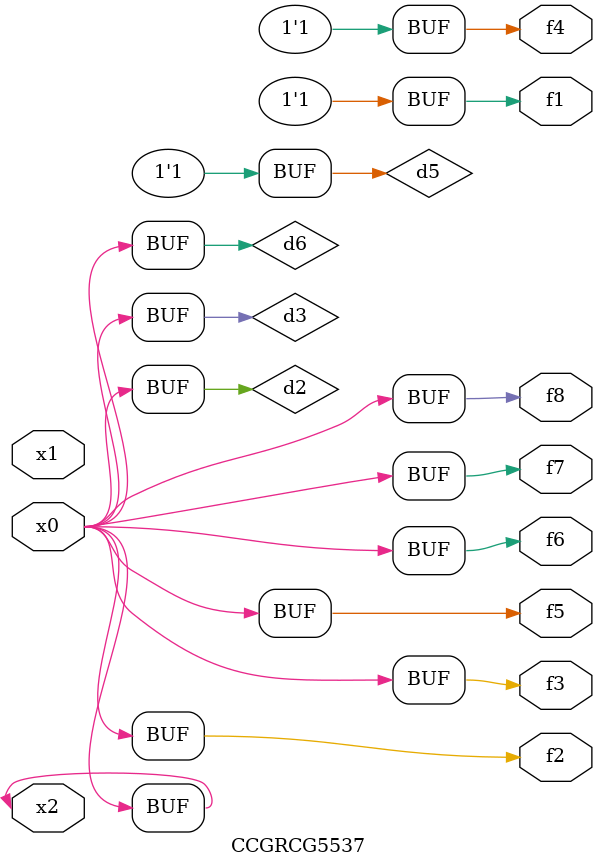
<source format=v>
module CCGRCG5537(
	input x0, x1, x2,
	output f1, f2, f3, f4, f5, f6, f7, f8
);

	wire d1, d2, d3, d4, d5, d6;

	xnor (d1, x2);
	buf (d2, x0, x2);
	and (d3, x0);
	xnor (d4, x1, x2);
	nand (d5, d1, d3);
	buf (d6, d2, d3);
	assign f1 = d5;
	assign f2 = d6;
	assign f3 = d6;
	assign f4 = d5;
	assign f5 = d6;
	assign f6 = d6;
	assign f7 = d6;
	assign f8 = d6;
endmodule

</source>
